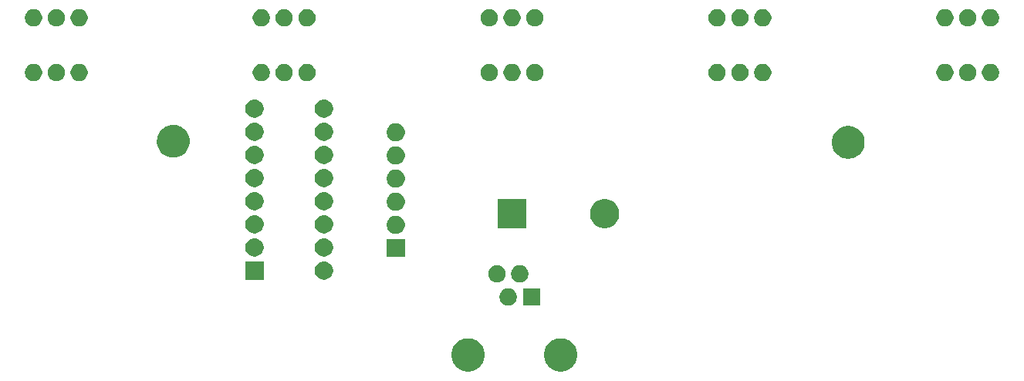
<source format=gbr>
G04 #@! TF.GenerationSoftware,KiCad,Pcbnew,5.1.5-52549c5~84~ubuntu19.10.1*
G04 #@! TF.CreationDate,2020-01-22T18:49:14-06:00*
G04 #@! TF.ProjectId,Timer,54696d65-722e-46b6-9963-61645f706362,rev?*
G04 #@! TF.SameCoordinates,PX93be440PYaa38e78*
G04 #@! TF.FileFunction,Soldermask,Bot*
G04 #@! TF.FilePolarity,Negative*
%FSLAX46Y46*%
G04 Gerber Fmt 4.6, Leading zero omitted, Abs format (unit mm)*
G04 Created by KiCad (PCBNEW 5.1.5-52549c5~84~ubuntu19.10.1) date 2020-01-22 18:49:14*
%MOMM*%
%LPD*%
G04 APERTURE LIST*
%ADD10C,0.100000*%
G04 APERTURE END LIST*
D10*
G36*
X-49233960Y6399933D02*
G01*
X-49057667Y6364866D01*
X-48920096Y6307882D01*
X-48725540Y6227295D01*
X-48426631Y6027570D01*
X-48172430Y5773369D01*
X-47972705Y5474460D01*
X-47835134Y5142332D01*
X-47765000Y4789748D01*
X-47765000Y4430252D01*
X-47835134Y4077668D01*
X-47972705Y3745540D01*
X-48172430Y3446631D01*
X-48426631Y3192430D01*
X-48725540Y2992705D01*
X-48920096Y2912118D01*
X-49057667Y2855134D01*
X-49233960Y2820067D01*
X-49410252Y2785000D01*
X-49769748Y2785000D01*
X-49946040Y2820067D01*
X-50122333Y2855134D01*
X-50259904Y2912118D01*
X-50454460Y2992705D01*
X-50753369Y3192430D01*
X-51007570Y3446631D01*
X-51207295Y3745540D01*
X-51344866Y4077668D01*
X-51415000Y4430252D01*
X-51415000Y4789748D01*
X-51344866Y5142332D01*
X-51207295Y5474460D01*
X-51007570Y5773369D01*
X-50753369Y6027570D01*
X-50454460Y6227295D01*
X-50259904Y6307882D01*
X-50122333Y6364866D01*
X-49946040Y6399933D01*
X-49769748Y6435000D01*
X-49410252Y6435000D01*
X-49233960Y6399933D01*
G37*
G36*
X-59393960Y6399933D02*
G01*
X-59217667Y6364866D01*
X-59080096Y6307882D01*
X-58885540Y6227295D01*
X-58586631Y6027570D01*
X-58332430Y5773369D01*
X-58132705Y5474460D01*
X-57995134Y5142332D01*
X-57925000Y4789748D01*
X-57925000Y4430252D01*
X-57995134Y4077668D01*
X-58132705Y3745540D01*
X-58332430Y3446631D01*
X-58586631Y3192430D01*
X-58885540Y2992705D01*
X-59080096Y2912118D01*
X-59217667Y2855134D01*
X-59393960Y2820067D01*
X-59570252Y2785000D01*
X-59929748Y2785000D01*
X-60106040Y2820067D01*
X-60282333Y2855134D01*
X-60419904Y2912118D01*
X-60614460Y2992705D01*
X-60913369Y3192430D01*
X-61167570Y3446631D01*
X-61367295Y3745540D01*
X-61504866Y4077668D01*
X-61575000Y4430252D01*
X-61575000Y4789748D01*
X-61504866Y5142332D01*
X-61367295Y5474460D01*
X-61167570Y5773369D01*
X-60913369Y6027570D01*
X-60614460Y6227295D01*
X-60419904Y6307882D01*
X-60282333Y6364866D01*
X-60106040Y6399933D01*
X-59929748Y6435000D01*
X-59570252Y6435000D01*
X-59393960Y6399933D01*
G37*
G36*
X-55152713Y11901554D02*
G01*
X-55059978Y11883108D01*
X-54885269Y11810741D01*
X-54728036Y11705681D01*
X-54594319Y11571964D01*
X-54489259Y11414731D01*
X-54416892Y11240022D01*
X-54380000Y11054552D01*
X-54380000Y10865448D01*
X-54416892Y10679978D01*
X-54489259Y10505269D01*
X-54594319Y10348036D01*
X-54728036Y10214319D01*
X-54885269Y10109259D01*
X-55059978Y10036892D01*
X-55152713Y10018446D01*
X-55245447Y10000000D01*
X-55434553Y10000000D01*
X-55527287Y10018446D01*
X-55620022Y10036892D01*
X-55794731Y10109259D01*
X-55951964Y10214319D01*
X-56085681Y10348036D01*
X-56190741Y10505269D01*
X-56263108Y10679978D01*
X-56300000Y10865448D01*
X-56300000Y11054552D01*
X-56263108Y11240022D01*
X-56190741Y11414731D01*
X-56085681Y11571964D01*
X-55951964Y11705681D01*
X-55794731Y11810741D01*
X-55620022Y11883108D01*
X-55527287Y11901554D01*
X-55434553Y11920000D01*
X-55245447Y11920000D01*
X-55152713Y11901554D01*
G37*
G36*
X-51810000Y10000000D02*
G01*
X-53730000Y10000000D01*
X-53730000Y11920000D01*
X-51810000Y11920000D01*
X-51810000Y10000000D01*
G37*
G36*
X-53882713Y14441554D02*
G01*
X-53789978Y14423108D01*
X-53615269Y14350741D01*
X-53458036Y14245681D01*
X-53324319Y14111964D01*
X-53219259Y13954731D01*
X-53146892Y13780022D01*
X-53110000Y13594552D01*
X-53110000Y13405448D01*
X-53146892Y13219978D01*
X-53219259Y13045269D01*
X-53324319Y12888036D01*
X-53458036Y12754319D01*
X-53615269Y12649259D01*
X-53789978Y12576892D01*
X-53882713Y12558446D01*
X-53975447Y12540000D01*
X-54164553Y12540000D01*
X-54257287Y12558446D01*
X-54350022Y12576892D01*
X-54524731Y12649259D01*
X-54681964Y12754319D01*
X-54815681Y12888036D01*
X-54920741Y13045269D01*
X-54993108Y13219978D01*
X-55030000Y13405448D01*
X-55030000Y13594552D01*
X-54993108Y13780022D01*
X-54920741Y13954731D01*
X-54815681Y14111964D01*
X-54681964Y14245681D01*
X-54524731Y14350741D01*
X-54350022Y14423108D01*
X-54257287Y14441554D01*
X-54164553Y14460000D01*
X-53975447Y14460000D01*
X-53882713Y14441554D01*
G37*
G36*
X-56392713Y14441554D02*
G01*
X-56299978Y14423108D01*
X-56125269Y14350741D01*
X-55968036Y14245681D01*
X-55834319Y14111964D01*
X-55729259Y13954731D01*
X-55656892Y13780022D01*
X-55620000Y13594552D01*
X-55620000Y13405448D01*
X-55656892Y13219978D01*
X-55729259Y13045269D01*
X-55834319Y12888036D01*
X-55968036Y12754319D01*
X-56125269Y12649259D01*
X-56299978Y12576892D01*
X-56392713Y12558446D01*
X-56485447Y12540000D01*
X-56674553Y12540000D01*
X-56767287Y12558446D01*
X-56860022Y12576892D01*
X-57034731Y12649259D01*
X-57191964Y12754319D01*
X-57325681Y12888036D01*
X-57430741Y13045269D01*
X-57503108Y13219978D01*
X-57540000Y13405448D01*
X-57540000Y13594552D01*
X-57503108Y13780022D01*
X-57430741Y13954731D01*
X-57325681Y14111964D01*
X-57191964Y14245681D01*
X-57034731Y14350741D01*
X-56860022Y14423108D01*
X-56767287Y14441554D01*
X-56674553Y14460000D01*
X-56485447Y14460000D01*
X-56392713Y14441554D01*
G37*
G36*
X-82170000Y12853000D02*
G01*
X-84170000Y12853000D01*
X-84170000Y14853000D01*
X-82170000Y14853000D01*
X-82170000Y12853000D01*
G37*
G36*
X-75322710Y14827381D02*
G01*
X-75258311Y14814571D01*
X-75076322Y14739189D01*
X-74912537Y14629751D01*
X-74773249Y14490463D01*
X-74663811Y14326678D01*
X-74588429Y14144689D01*
X-74550000Y13951491D01*
X-74550000Y13754509D01*
X-74588429Y13561311D01*
X-74663811Y13379322D01*
X-74773249Y13215537D01*
X-74912537Y13076249D01*
X-75076322Y12966811D01*
X-75258311Y12891429D01*
X-75322710Y12878619D01*
X-75451507Y12853000D01*
X-75648493Y12853000D01*
X-75777290Y12878619D01*
X-75841689Y12891429D01*
X-76023678Y12966811D01*
X-76187463Y13076249D01*
X-76326751Y13215537D01*
X-76436189Y13379322D01*
X-76511571Y13561311D01*
X-76550000Y13754509D01*
X-76550000Y13951491D01*
X-76511571Y14144689D01*
X-76436189Y14326678D01*
X-76326751Y14490463D01*
X-76187463Y14629751D01*
X-76023678Y14739189D01*
X-75841689Y14814571D01*
X-75777290Y14827381D01*
X-75648493Y14853000D01*
X-75451507Y14853000D01*
X-75322710Y14827381D01*
G37*
G36*
X-66670000Y15353000D02*
G01*
X-68670000Y15353000D01*
X-68670000Y17353000D01*
X-66670000Y17353000D01*
X-66670000Y15353000D01*
G37*
G36*
X-82942710Y17367381D02*
G01*
X-82878311Y17354571D01*
X-82696322Y17279189D01*
X-82532537Y17169751D01*
X-82393249Y17030463D01*
X-82283811Y16866678D01*
X-82208429Y16684689D01*
X-82170000Y16491491D01*
X-82170000Y16294509D01*
X-82208429Y16101311D01*
X-82283811Y15919322D01*
X-82393249Y15755537D01*
X-82532537Y15616249D01*
X-82696322Y15506811D01*
X-82878311Y15431429D01*
X-82942710Y15418619D01*
X-83071507Y15393000D01*
X-83268493Y15393000D01*
X-83397290Y15418619D01*
X-83461689Y15431429D01*
X-83643678Y15506811D01*
X-83807463Y15616249D01*
X-83946751Y15755537D01*
X-84056189Y15919322D01*
X-84131571Y16101311D01*
X-84170000Y16294509D01*
X-84170000Y16491491D01*
X-84131571Y16684689D01*
X-84056189Y16866678D01*
X-83946751Y17030463D01*
X-83807463Y17169751D01*
X-83643678Y17279189D01*
X-83461689Y17354571D01*
X-83397290Y17367381D01*
X-83268493Y17393000D01*
X-83071507Y17393000D01*
X-82942710Y17367381D01*
G37*
G36*
X-75322710Y17367381D02*
G01*
X-75258311Y17354571D01*
X-75076322Y17279189D01*
X-74912537Y17169751D01*
X-74773249Y17030463D01*
X-74663811Y16866678D01*
X-74588429Y16684689D01*
X-74550000Y16491491D01*
X-74550000Y16294509D01*
X-74588429Y16101311D01*
X-74663811Y15919322D01*
X-74773249Y15755537D01*
X-74912537Y15616249D01*
X-75076322Y15506811D01*
X-75258311Y15431429D01*
X-75322710Y15418619D01*
X-75451507Y15393000D01*
X-75648493Y15393000D01*
X-75777290Y15418619D01*
X-75841689Y15431429D01*
X-76023678Y15506811D01*
X-76187463Y15616249D01*
X-76326751Y15755537D01*
X-76436189Y15919322D01*
X-76511571Y16101311D01*
X-76550000Y16294509D01*
X-76550000Y16491491D01*
X-76511571Y16684689D01*
X-76436189Y16866678D01*
X-76326751Y17030463D01*
X-76187463Y17169751D01*
X-76023678Y17279189D01*
X-75841689Y17354571D01*
X-75777290Y17367381D01*
X-75648493Y17393000D01*
X-75451507Y17393000D01*
X-75322710Y17367381D01*
G37*
G36*
X-67442710Y19867381D02*
G01*
X-67378311Y19854571D01*
X-67196322Y19779189D01*
X-67032537Y19669751D01*
X-66893249Y19530463D01*
X-66783811Y19366678D01*
X-66708429Y19184689D01*
X-66670000Y18991491D01*
X-66670000Y18794509D01*
X-66708429Y18601311D01*
X-66783811Y18419322D01*
X-66893249Y18255537D01*
X-67032537Y18116249D01*
X-67196322Y18006811D01*
X-67378311Y17931429D01*
X-67442710Y17918619D01*
X-67571507Y17893000D01*
X-67768493Y17893000D01*
X-67897290Y17918619D01*
X-67961689Y17931429D01*
X-68143678Y18006811D01*
X-68307463Y18116249D01*
X-68446751Y18255537D01*
X-68556189Y18419322D01*
X-68631571Y18601311D01*
X-68670000Y18794509D01*
X-68670000Y18991491D01*
X-68631571Y19184689D01*
X-68556189Y19366678D01*
X-68446751Y19530463D01*
X-68307463Y19669751D01*
X-68143678Y19779189D01*
X-67961689Y19854571D01*
X-67897290Y19867381D01*
X-67768493Y19893000D01*
X-67571507Y19893000D01*
X-67442710Y19867381D01*
G37*
G36*
X-82942710Y19907381D02*
G01*
X-82878311Y19894571D01*
X-82696322Y19819189D01*
X-82532537Y19709751D01*
X-82393249Y19570463D01*
X-82283811Y19406678D01*
X-82208429Y19224689D01*
X-82208429Y19224688D01*
X-82180257Y19083060D01*
X-82170000Y19031491D01*
X-82170000Y18834509D01*
X-82208429Y18641311D01*
X-82283811Y18459322D01*
X-82393249Y18295537D01*
X-82532537Y18156249D01*
X-82696322Y18046811D01*
X-82878311Y17971429D01*
X-82942710Y17958619D01*
X-83071507Y17933000D01*
X-83268493Y17933000D01*
X-83397290Y17958619D01*
X-83461689Y17971429D01*
X-83643678Y18046811D01*
X-83807463Y18156249D01*
X-83946751Y18295537D01*
X-84056189Y18459322D01*
X-84131571Y18641311D01*
X-84170000Y18834509D01*
X-84170000Y19031491D01*
X-84159742Y19083060D01*
X-84131571Y19224688D01*
X-84131571Y19224689D01*
X-84056189Y19406678D01*
X-83946751Y19570463D01*
X-83807463Y19709751D01*
X-83643678Y19819189D01*
X-83461689Y19894571D01*
X-83397290Y19907381D01*
X-83268493Y19933000D01*
X-83071507Y19933000D01*
X-82942710Y19907381D01*
G37*
G36*
X-75322710Y19907381D02*
G01*
X-75258311Y19894571D01*
X-75076322Y19819189D01*
X-74912537Y19709751D01*
X-74773249Y19570463D01*
X-74663811Y19406678D01*
X-74588429Y19224689D01*
X-74588429Y19224688D01*
X-74560257Y19083060D01*
X-74550000Y19031491D01*
X-74550000Y18834509D01*
X-74588429Y18641311D01*
X-74663811Y18459322D01*
X-74773249Y18295537D01*
X-74912537Y18156249D01*
X-75076322Y18046811D01*
X-75258311Y17971429D01*
X-75322710Y17958619D01*
X-75451507Y17933000D01*
X-75648493Y17933000D01*
X-75777290Y17958619D01*
X-75841689Y17971429D01*
X-76023678Y18046811D01*
X-76187463Y18156249D01*
X-76326751Y18295537D01*
X-76436189Y18459322D01*
X-76511571Y18641311D01*
X-76550000Y18834509D01*
X-76550000Y19031491D01*
X-76539742Y19083060D01*
X-76511571Y19224688D01*
X-76511571Y19224689D01*
X-76436189Y19406678D01*
X-76326751Y19570463D01*
X-76187463Y19709751D01*
X-76023678Y19819189D01*
X-75841689Y19894571D01*
X-75777290Y19907381D01*
X-75648493Y19933000D01*
X-75451507Y19933000D01*
X-75322710Y19907381D01*
G37*
G36*
X-44293297Y21641514D02*
G01*
X-44002117Y21520903D01*
X-43740060Y21345802D01*
X-43517198Y21122940D01*
X-43342097Y20860883D01*
X-43221486Y20569703D01*
X-43160000Y20260588D01*
X-43160000Y19945412D01*
X-43221486Y19636297D01*
X-43342097Y19345117D01*
X-43517198Y19083060D01*
X-43740060Y18860198D01*
X-44002117Y18685097D01*
X-44293297Y18564486D01*
X-44602412Y18503000D01*
X-44917588Y18503000D01*
X-45226703Y18564486D01*
X-45517883Y18685097D01*
X-45779940Y18860198D01*
X-46002802Y19083060D01*
X-46177903Y19345117D01*
X-46298514Y19636297D01*
X-46360000Y19945412D01*
X-46360000Y20260588D01*
X-46298514Y20569703D01*
X-46177903Y20860883D01*
X-46002802Y21122940D01*
X-45779940Y21345802D01*
X-45517883Y21520903D01*
X-45226703Y21641514D01*
X-44917588Y21703000D01*
X-44602412Y21703000D01*
X-44293297Y21641514D01*
G37*
G36*
X-53320000Y18503000D02*
G01*
X-56520000Y18503000D01*
X-56520000Y21703000D01*
X-53320000Y21703000D01*
X-53320000Y18503000D01*
G37*
G36*
X-67442710Y22407381D02*
G01*
X-67378311Y22394571D01*
X-67196322Y22319189D01*
X-67032537Y22209751D01*
X-66893249Y22070463D01*
X-66783811Y21906678D01*
X-66708429Y21724689D01*
X-66670000Y21531491D01*
X-66670000Y21334509D01*
X-66708429Y21141311D01*
X-66783811Y20959322D01*
X-66893249Y20795537D01*
X-67032537Y20656249D01*
X-67196322Y20546811D01*
X-67378311Y20471429D01*
X-67442710Y20458619D01*
X-67571507Y20433000D01*
X-67768493Y20433000D01*
X-67897290Y20458619D01*
X-67961689Y20471429D01*
X-68143678Y20546811D01*
X-68307463Y20656249D01*
X-68446751Y20795537D01*
X-68556189Y20959322D01*
X-68631571Y21141311D01*
X-68670000Y21334509D01*
X-68670000Y21531491D01*
X-68631571Y21724689D01*
X-68556189Y21906678D01*
X-68446751Y22070463D01*
X-68307463Y22209751D01*
X-68143678Y22319189D01*
X-67961689Y22394571D01*
X-67897290Y22407381D01*
X-67768493Y22433000D01*
X-67571507Y22433000D01*
X-67442710Y22407381D01*
G37*
G36*
X-75322710Y22447381D02*
G01*
X-75258311Y22434571D01*
X-75076322Y22359189D01*
X-74912537Y22249751D01*
X-74773249Y22110463D01*
X-74663811Y21946678D01*
X-74588429Y21764689D01*
X-74550000Y21571491D01*
X-74550000Y21374509D01*
X-74588429Y21181311D01*
X-74663811Y20999322D01*
X-74773249Y20835537D01*
X-74912537Y20696249D01*
X-75076322Y20586811D01*
X-75258311Y20511429D01*
X-75322710Y20498619D01*
X-75451507Y20473000D01*
X-75648493Y20473000D01*
X-75777290Y20498619D01*
X-75841689Y20511429D01*
X-76023678Y20586811D01*
X-76187463Y20696249D01*
X-76326751Y20835537D01*
X-76436189Y20999322D01*
X-76511571Y21181311D01*
X-76550000Y21374509D01*
X-76550000Y21571491D01*
X-76511571Y21764689D01*
X-76436189Y21946678D01*
X-76326751Y22110463D01*
X-76187463Y22249751D01*
X-76023678Y22359189D01*
X-75841689Y22434571D01*
X-75777290Y22447381D01*
X-75648493Y22473000D01*
X-75451507Y22473000D01*
X-75322710Y22447381D01*
G37*
G36*
X-82942710Y22447381D02*
G01*
X-82878311Y22434571D01*
X-82696322Y22359189D01*
X-82532537Y22249751D01*
X-82393249Y22110463D01*
X-82283811Y21946678D01*
X-82208429Y21764689D01*
X-82170000Y21571491D01*
X-82170000Y21374509D01*
X-82208429Y21181311D01*
X-82283811Y20999322D01*
X-82393249Y20835537D01*
X-82532537Y20696249D01*
X-82696322Y20586811D01*
X-82878311Y20511429D01*
X-82942710Y20498619D01*
X-83071507Y20473000D01*
X-83268493Y20473000D01*
X-83397290Y20498619D01*
X-83461689Y20511429D01*
X-83643678Y20586811D01*
X-83807463Y20696249D01*
X-83946751Y20835537D01*
X-84056189Y20999322D01*
X-84131571Y21181311D01*
X-84170000Y21374509D01*
X-84170000Y21571491D01*
X-84131571Y21764689D01*
X-84056189Y21946678D01*
X-83946751Y22110463D01*
X-83807463Y22249751D01*
X-83643678Y22359189D01*
X-83461689Y22434571D01*
X-83397290Y22447381D01*
X-83268493Y22473000D01*
X-83071507Y22473000D01*
X-82942710Y22447381D01*
G37*
G36*
X-67442710Y24947381D02*
G01*
X-67378311Y24934571D01*
X-67196322Y24859189D01*
X-67032537Y24749751D01*
X-66893249Y24610463D01*
X-66783811Y24446678D01*
X-66708429Y24264689D01*
X-66670000Y24071491D01*
X-66670000Y23874509D01*
X-66708429Y23681311D01*
X-66783811Y23499322D01*
X-66893249Y23335537D01*
X-67032537Y23196249D01*
X-67196322Y23086811D01*
X-67378311Y23011429D01*
X-67442710Y22998619D01*
X-67571507Y22973000D01*
X-67768493Y22973000D01*
X-67897290Y22998619D01*
X-67961689Y23011429D01*
X-68143678Y23086811D01*
X-68307463Y23196249D01*
X-68446751Y23335537D01*
X-68556189Y23499322D01*
X-68631571Y23681311D01*
X-68670000Y23874509D01*
X-68670000Y24071491D01*
X-68631571Y24264689D01*
X-68556189Y24446678D01*
X-68446751Y24610463D01*
X-68307463Y24749751D01*
X-68143678Y24859189D01*
X-67961689Y24934571D01*
X-67897290Y24947381D01*
X-67768493Y24973000D01*
X-67571507Y24973000D01*
X-67442710Y24947381D01*
G37*
G36*
X-75322710Y24987381D02*
G01*
X-75258311Y24974571D01*
X-75076322Y24899189D01*
X-74912537Y24789751D01*
X-74773249Y24650463D01*
X-74663811Y24486678D01*
X-74588429Y24304689D01*
X-74550000Y24111491D01*
X-74550000Y23914509D01*
X-74588429Y23721311D01*
X-74663811Y23539322D01*
X-74773249Y23375537D01*
X-74912537Y23236249D01*
X-75076322Y23126811D01*
X-75258311Y23051429D01*
X-75322710Y23038619D01*
X-75451507Y23013000D01*
X-75648493Y23013000D01*
X-75777290Y23038619D01*
X-75841689Y23051429D01*
X-76023678Y23126811D01*
X-76187463Y23236249D01*
X-76326751Y23375537D01*
X-76436189Y23539322D01*
X-76511571Y23721311D01*
X-76550000Y23914509D01*
X-76550000Y24111491D01*
X-76511571Y24304689D01*
X-76436189Y24486678D01*
X-76326751Y24650463D01*
X-76187463Y24789751D01*
X-76023678Y24899189D01*
X-75841689Y24974571D01*
X-75777290Y24987381D01*
X-75648493Y25013000D01*
X-75451507Y25013000D01*
X-75322710Y24987381D01*
G37*
G36*
X-82942710Y24987381D02*
G01*
X-82878311Y24974571D01*
X-82696322Y24899189D01*
X-82532537Y24789751D01*
X-82393249Y24650463D01*
X-82283811Y24486678D01*
X-82208429Y24304689D01*
X-82170000Y24111491D01*
X-82170000Y23914509D01*
X-82208429Y23721311D01*
X-82283811Y23539322D01*
X-82393249Y23375537D01*
X-82532537Y23236249D01*
X-82696322Y23126811D01*
X-82878311Y23051429D01*
X-82942710Y23038619D01*
X-83071507Y23013000D01*
X-83268493Y23013000D01*
X-83397290Y23038619D01*
X-83461689Y23051429D01*
X-83643678Y23126811D01*
X-83807463Y23236249D01*
X-83946751Y23375537D01*
X-84056189Y23539322D01*
X-84131571Y23721311D01*
X-84170000Y23914509D01*
X-84170000Y24111491D01*
X-84131571Y24304689D01*
X-84056189Y24486678D01*
X-83946751Y24650463D01*
X-83807463Y24789751D01*
X-83643678Y24899189D01*
X-83461689Y24974571D01*
X-83397290Y24987381D01*
X-83268493Y25013000D01*
X-83071507Y25013000D01*
X-82942710Y24987381D01*
G37*
G36*
X-67442710Y27487381D02*
G01*
X-67378311Y27474571D01*
X-67196322Y27399189D01*
X-67032537Y27289751D01*
X-66893249Y27150463D01*
X-66783811Y26986678D01*
X-66708429Y26804689D01*
X-66708429Y26804688D01*
X-66670000Y26611493D01*
X-66670000Y26414507D01*
X-66683854Y26344860D01*
X-66708429Y26221311D01*
X-66783811Y26039322D01*
X-66893249Y25875537D01*
X-67032537Y25736249D01*
X-67196322Y25626811D01*
X-67378311Y25551429D01*
X-67442710Y25538619D01*
X-67571507Y25513000D01*
X-67768493Y25513000D01*
X-67897290Y25538619D01*
X-67961689Y25551429D01*
X-68143678Y25626811D01*
X-68307463Y25736249D01*
X-68446751Y25875537D01*
X-68556189Y26039322D01*
X-68631571Y26221311D01*
X-68656146Y26344860D01*
X-68670000Y26414507D01*
X-68670000Y26611493D01*
X-68631571Y26804688D01*
X-68631571Y26804689D01*
X-68556189Y26986678D01*
X-68446751Y27150463D01*
X-68307463Y27289751D01*
X-68143678Y27399189D01*
X-67961689Y27474571D01*
X-67897290Y27487381D01*
X-67768493Y27513000D01*
X-67571507Y27513000D01*
X-67442710Y27487381D01*
G37*
G36*
X-82942710Y27527381D02*
G01*
X-82878311Y27514571D01*
X-82696322Y27439189D01*
X-82532537Y27329751D01*
X-82393249Y27190463D01*
X-82283811Y27026678D01*
X-82208429Y26844689D01*
X-82208429Y26844688D01*
X-82173452Y26668849D01*
X-82170000Y26651491D01*
X-82170000Y26454509D01*
X-82208429Y26261311D01*
X-82283811Y26079322D01*
X-82393249Y25915537D01*
X-82532537Y25776249D01*
X-82696322Y25666811D01*
X-82878311Y25591429D01*
X-82942710Y25578619D01*
X-83071507Y25553000D01*
X-83268493Y25553000D01*
X-83397290Y25578619D01*
X-83461689Y25591429D01*
X-83643678Y25666811D01*
X-83807463Y25776249D01*
X-83946751Y25915537D01*
X-84056189Y26079322D01*
X-84131571Y26261311D01*
X-84170000Y26454509D01*
X-84170000Y26651491D01*
X-84166547Y26668849D01*
X-84131571Y26844688D01*
X-84131571Y26844689D01*
X-84056189Y27026678D01*
X-83946751Y27190463D01*
X-83807463Y27329751D01*
X-83643678Y27439189D01*
X-83461689Y27514571D01*
X-83397290Y27527381D01*
X-83268493Y27553000D01*
X-83071507Y27553000D01*
X-82942710Y27527381D01*
G37*
G36*
X-75322710Y27527381D02*
G01*
X-75258311Y27514571D01*
X-75076322Y27439189D01*
X-74912537Y27329751D01*
X-74773249Y27190463D01*
X-74663811Y27026678D01*
X-74588429Y26844689D01*
X-74588429Y26844688D01*
X-74553452Y26668849D01*
X-74550000Y26651491D01*
X-74550000Y26454509D01*
X-74588429Y26261311D01*
X-74663811Y26079322D01*
X-74773249Y25915537D01*
X-74912537Y25776249D01*
X-75076322Y25666811D01*
X-75258311Y25591429D01*
X-75322710Y25578619D01*
X-75451507Y25553000D01*
X-75648493Y25553000D01*
X-75777290Y25578619D01*
X-75841689Y25591429D01*
X-76023678Y25666811D01*
X-76187463Y25776249D01*
X-76326751Y25915537D01*
X-76436189Y26079322D01*
X-76511571Y26261311D01*
X-76550000Y26454509D01*
X-76550000Y26651491D01*
X-76546547Y26668849D01*
X-76511571Y26844688D01*
X-76511571Y26844689D01*
X-76436189Y27026678D01*
X-76326751Y27190463D01*
X-76187463Y27329751D01*
X-76023678Y27439189D01*
X-75841689Y27514571D01*
X-75777290Y27527381D01*
X-75648493Y27553000D01*
X-75451507Y27553000D01*
X-75322710Y27527381D01*
G37*
G36*
X-17682837Y29705413D02*
G01*
X-17508959Y29670827D01*
X-17181380Y29535139D01*
X-16886567Y29338151D01*
X-16635849Y29087433D01*
X-16438861Y28792620D01*
X-16303173Y28465041D01*
X-16293326Y28415537D01*
X-16236813Y28131429D01*
X-16234000Y28117284D01*
X-16234000Y27762716D01*
X-16303173Y27414959D01*
X-16438861Y27087380D01*
X-16635849Y26792567D01*
X-16886567Y26541849D01*
X-17181380Y26344861D01*
X-17181381Y26344860D01*
X-17181382Y26344860D01*
X-17237585Y26321580D01*
X-17508959Y26209173D01*
X-17682837Y26174587D01*
X-17856714Y26140000D01*
X-18211286Y26140000D01*
X-18385163Y26174587D01*
X-18559041Y26209173D01*
X-18830415Y26321580D01*
X-18886618Y26344860D01*
X-18886619Y26344860D01*
X-18886620Y26344861D01*
X-19181433Y26541849D01*
X-19432151Y26792567D01*
X-19629139Y27087380D01*
X-19764827Y27414959D01*
X-19834000Y27762716D01*
X-19834000Y28117284D01*
X-19831186Y28131429D01*
X-19774674Y28415537D01*
X-19764827Y28465041D01*
X-19629139Y28792620D01*
X-19432151Y29087433D01*
X-19181433Y29338151D01*
X-18886620Y29535139D01*
X-18559041Y29670827D01*
X-18385163Y29705413D01*
X-18211286Y29740000D01*
X-17856714Y29740000D01*
X-17682837Y29705413D01*
G37*
G36*
X-91723837Y29832413D02*
G01*
X-91549959Y29797827D01*
X-91290760Y29690463D01*
X-91243354Y29670827D01*
X-91222380Y29662139D01*
X-90927567Y29465151D01*
X-90676849Y29214433D01*
X-90479861Y28919620D01*
X-90344173Y28592041D01*
X-90341643Y28579322D01*
X-90289314Y28316249D01*
X-90275000Y28244284D01*
X-90275000Y27889716D01*
X-90344173Y27541959D01*
X-90479861Y27214380D01*
X-90676849Y26919567D01*
X-90927567Y26668849D01*
X-91222380Y26471861D01*
X-91549959Y26336173D01*
X-91723837Y26301587D01*
X-91897714Y26267000D01*
X-92252286Y26267000D01*
X-92426163Y26301587D01*
X-92600041Y26336173D01*
X-92927620Y26471861D01*
X-93222433Y26668849D01*
X-93473151Y26919567D01*
X-93670139Y27214380D01*
X-93805827Y27541959D01*
X-93875000Y27889716D01*
X-93875000Y28244284D01*
X-93860685Y28316249D01*
X-93808357Y28579322D01*
X-93805827Y28592041D01*
X-93670139Y28919620D01*
X-93473151Y29214433D01*
X-93222433Y29465151D01*
X-92927620Y29662139D01*
X-92906645Y29670827D01*
X-92859240Y29690463D01*
X-92600041Y29797827D01*
X-92426163Y29832413D01*
X-92252286Y29867000D01*
X-91897714Y29867000D01*
X-91723837Y29832413D01*
G37*
G36*
X-67442710Y30027381D02*
G01*
X-67378311Y30014571D01*
X-67196322Y29939189D01*
X-67032537Y29829751D01*
X-66893249Y29690463D01*
X-66783811Y29526678D01*
X-66708429Y29344689D01*
X-66708429Y29344688D01*
X-66670000Y29151493D01*
X-66670000Y28954507D01*
X-66676940Y28919618D01*
X-66708429Y28761311D01*
X-66783811Y28579322D01*
X-66893249Y28415537D01*
X-67032537Y28276249D01*
X-67196322Y28166811D01*
X-67378311Y28091429D01*
X-67442710Y28078619D01*
X-67571507Y28053000D01*
X-67768493Y28053000D01*
X-67897290Y28078619D01*
X-67961689Y28091429D01*
X-68143678Y28166811D01*
X-68307463Y28276249D01*
X-68446751Y28415537D01*
X-68556189Y28579322D01*
X-68631571Y28761311D01*
X-68663060Y28919618D01*
X-68670000Y28954507D01*
X-68670000Y29151493D01*
X-68631571Y29344688D01*
X-68631571Y29344689D01*
X-68556189Y29526678D01*
X-68446751Y29690463D01*
X-68307463Y29829751D01*
X-68143678Y29939189D01*
X-67961689Y30014571D01*
X-67897290Y30027381D01*
X-67768493Y30053000D01*
X-67571507Y30053000D01*
X-67442710Y30027381D01*
G37*
G36*
X-75322710Y30067381D02*
G01*
X-75258311Y30054571D01*
X-75076322Y29979189D01*
X-74912537Y29869751D01*
X-74773249Y29730463D01*
X-74663811Y29566678D01*
X-74588429Y29384689D01*
X-74588429Y29384688D01*
X-74550000Y29191493D01*
X-74550000Y28994507D01*
X-74575619Y28865710D01*
X-74588429Y28801311D01*
X-74663811Y28619322D01*
X-74773249Y28455537D01*
X-74912537Y28316249D01*
X-75076322Y28206811D01*
X-75258311Y28131429D01*
X-75322710Y28118619D01*
X-75451507Y28093000D01*
X-75648493Y28093000D01*
X-75777290Y28118619D01*
X-75841689Y28131429D01*
X-76023678Y28206811D01*
X-76187463Y28316249D01*
X-76326751Y28455537D01*
X-76436189Y28619322D01*
X-76511571Y28801311D01*
X-76524381Y28865710D01*
X-76550000Y28994507D01*
X-76550000Y29191493D01*
X-76511571Y29384688D01*
X-76511571Y29384689D01*
X-76436189Y29566678D01*
X-76326751Y29730463D01*
X-76187463Y29869751D01*
X-76023678Y29979189D01*
X-75841689Y30054571D01*
X-75777290Y30067381D01*
X-75648493Y30093000D01*
X-75451507Y30093000D01*
X-75322710Y30067381D01*
G37*
G36*
X-82942710Y30067381D02*
G01*
X-82878311Y30054571D01*
X-82696322Y29979189D01*
X-82532537Y29869751D01*
X-82393249Y29730463D01*
X-82283811Y29566678D01*
X-82208429Y29384689D01*
X-82208429Y29384688D01*
X-82170000Y29191493D01*
X-82170000Y28994507D01*
X-82195619Y28865710D01*
X-82208429Y28801311D01*
X-82283811Y28619322D01*
X-82393249Y28455537D01*
X-82532537Y28316249D01*
X-82696322Y28206811D01*
X-82878311Y28131429D01*
X-82942710Y28118619D01*
X-83071507Y28093000D01*
X-83268493Y28093000D01*
X-83397290Y28118619D01*
X-83461689Y28131429D01*
X-83643678Y28206811D01*
X-83807463Y28316249D01*
X-83946751Y28455537D01*
X-84056189Y28619322D01*
X-84131571Y28801311D01*
X-84144381Y28865710D01*
X-84170000Y28994507D01*
X-84170000Y29191493D01*
X-84131571Y29384688D01*
X-84131571Y29384689D01*
X-84056189Y29566678D01*
X-83946751Y29730463D01*
X-83807463Y29869751D01*
X-83643678Y29979189D01*
X-83461689Y30054571D01*
X-83397290Y30067381D01*
X-83268493Y30093000D01*
X-83071507Y30093000D01*
X-82942710Y30067381D01*
G37*
G36*
X-82942710Y32607381D02*
G01*
X-82878311Y32594571D01*
X-82696322Y32519189D01*
X-82532537Y32409751D01*
X-82393249Y32270463D01*
X-82283811Y32106678D01*
X-82208429Y31924689D01*
X-82170000Y31731491D01*
X-82170000Y31534509D01*
X-82208429Y31341311D01*
X-82283811Y31159322D01*
X-82393249Y30995537D01*
X-82532537Y30856249D01*
X-82696322Y30746811D01*
X-82878311Y30671429D01*
X-82942710Y30658619D01*
X-83071507Y30633000D01*
X-83268493Y30633000D01*
X-83397290Y30658619D01*
X-83461689Y30671429D01*
X-83643678Y30746811D01*
X-83807463Y30856249D01*
X-83946751Y30995537D01*
X-84056189Y31159322D01*
X-84131571Y31341311D01*
X-84170000Y31534509D01*
X-84170000Y31731491D01*
X-84131571Y31924689D01*
X-84056189Y32106678D01*
X-83946751Y32270463D01*
X-83807463Y32409751D01*
X-83643678Y32519189D01*
X-83461689Y32594571D01*
X-83397290Y32607381D01*
X-83268493Y32633000D01*
X-83071507Y32633000D01*
X-82942710Y32607381D01*
G37*
G36*
X-75322710Y32607381D02*
G01*
X-75258311Y32594571D01*
X-75076322Y32519189D01*
X-74912537Y32409751D01*
X-74773249Y32270463D01*
X-74663811Y32106678D01*
X-74588429Y31924689D01*
X-74550000Y31731491D01*
X-74550000Y31534509D01*
X-74588429Y31341311D01*
X-74663811Y31159322D01*
X-74773249Y30995537D01*
X-74912537Y30856249D01*
X-75076322Y30746811D01*
X-75258311Y30671429D01*
X-75322710Y30658619D01*
X-75451507Y30633000D01*
X-75648493Y30633000D01*
X-75777290Y30658619D01*
X-75841689Y30671429D01*
X-76023678Y30746811D01*
X-76187463Y30856249D01*
X-76326751Y30995537D01*
X-76436189Y31159322D01*
X-76511571Y31341311D01*
X-76550000Y31534509D01*
X-76550000Y31731491D01*
X-76511571Y31924689D01*
X-76436189Y32106678D01*
X-76326751Y32270463D01*
X-76187463Y32409751D01*
X-76023678Y32519189D01*
X-75841689Y32594571D01*
X-75777290Y32607381D01*
X-75648493Y32633000D01*
X-75451507Y32633000D01*
X-75322710Y32607381D01*
G37*
G36*
X-57234664Y36534746D02*
G01*
X-57142895Y36516492D01*
X-56970006Y36444879D01*
X-56814410Y36340913D01*
X-56682087Y36208590D01*
X-56578121Y36052994D01*
X-56506508Y35880105D01*
X-56470000Y35696567D01*
X-56470000Y35509433D01*
X-56506508Y35325895D01*
X-56578121Y35153006D01*
X-56682087Y34997410D01*
X-56814410Y34865087D01*
X-56970006Y34761121D01*
X-57142895Y34689508D01*
X-57234664Y34671254D01*
X-57326432Y34653000D01*
X-57513568Y34653000D01*
X-57605336Y34671254D01*
X-57697105Y34689508D01*
X-57869994Y34761121D01*
X-58025590Y34865087D01*
X-58157913Y34997410D01*
X-58261879Y35153006D01*
X-58333492Y35325895D01*
X-58370000Y35509433D01*
X-58370000Y35696567D01*
X-58333492Y35880105D01*
X-58261879Y36052994D01*
X-58157913Y36208590D01*
X-58025590Y36340913D01*
X-57869994Y36444879D01*
X-57697105Y36516492D01*
X-57605336Y36534746D01*
X-57513568Y36553000D01*
X-57326432Y36553000D01*
X-57234664Y36534746D01*
G37*
G36*
X-77234664Y36534746D02*
G01*
X-77142895Y36516492D01*
X-76970006Y36444879D01*
X-76814410Y36340913D01*
X-76682087Y36208590D01*
X-76578121Y36052994D01*
X-76506508Y35880105D01*
X-76470000Y35696567D01*
X-76470000Y35509433D01*
X-76506508Y35325895D01*
X-76578121Y35153006D01*
X-76682087Y34997410D01*
X-76814410Y34865087D01*
X-76970006Y34761121D01*
X-77142895Y34689508D01*
X-77234664Y34671254D01*
X-77326432Y34653000D01*
X-77513568Y34653000D01*
X-77605336Y34671254D01*
X-77697105Y34689508D01*
X-77869994Y34761121D01*
X-78025590Y34865087D01*
X-78157913Y34997410D01*
X-78261879Y35153006D01*
X-78333492Y35325895D01*
X-78370000Y35509433D01*
X-78370000Y35696567D01*
X-78333492Y35880105D01*
X-78261879Y36052994D01*
X-78157913Y36208590D01*
X-78025590Y36340913D01*
X-77869994Y36444879D01*
X-77697105Y36516492D01*
X-77605336Y36534746D01*
X-77513568Y36553000D01*
X-77326432Y36553000D01*
X-77234664Y36534746D01*
G37*
G36*
X-79734664Y36534746D02*
G01*
X-79642895Y36516492D01*
X-79470006Y36444879D01*
X-79314410Y36340913D01*
X-79182087Y36208590D01*
X-79078121Y36052994D01*
X-79006508Y35880105D01*
X-78970000Y35696567D01*
X-78970000Y35509433D01*
X-79006508Y35325895D01*
X-79078121Y35153006D01*
X-79182087Y34997410D01*
X-79314410Y34865087D01*
X-79470006Y34761121D01*
X-79642895Y34689508D01*
X-79734664Y34671254D01*
X-79826432Y34653000D01*
X-80013568Y34653000D01*
X-80105336Y34671254D01*
X-80197105Y34689508D01*
X-80369994Y34761121D01*
X-80525590Y34865087D01*
X-80657913Y34997410D01*
X-80761879Y35153006D01*
X-80833492Y35325895D01*
X-80870000Y35509433D01*
X-80870000Y35696567D01*
X-80833492Y35880105D01*
X-80761879Y36052994D01*
X-80657913Y36208590D01*
X-80525590Y36340913D01*
X-80369994Y36444879D01*
X-80197105Y36516492D01*
X-80105336Y36534746D01*
X-80013568Y36553000D01*
X-79826432Y36553000D01*
X-79734664Y36534746D01*
G37*
G36*
X-82234664Y36534746D02*
G01*
X-82142895Y36516492D01*
X-81970006Y36444879D01*
X-81814410Y36340913D01*
X-81682087Y36208590D01*
X-81578121Y36052994D01*
X-81506508Y35880105D01*
X-81470000Y35696567D01*
X-81470000Y35509433D01*
X-81506508Y35325895D01*
X-81578121Y35153006D01*
X-81682087Y34997410D01*
X-81814410Y34865087D01*
X-81970006Y34761121D01*
X-82142895Y34689508D01*
X-82234664Y34671254D01*
X-82326432Y34653000D01*
X-82513568Y34653000D01*
X-82605336Y34671254D01*
X-82697105Y34689508D01*
X-82869994Y34761121D01*
X-83025590Y34865087D01*
X-83157913Y34997410D01*
X-83261879Y35153006D01*
X-83333492Y35325895D01*
X-83370000Y35509433D01*
X-83370000Y35696567D01*
X-83333492Y35880105D01*
X-83261879Y36052994D01*
X-83157913Y36208590D01*
X-83025590Y36340913D01*
X-82869994Y36444879D01*
X-82697105Y36516492D01*
X-82605336Y36534746D01*
X-82513568Y36553000D01*
X-82326432Y36553000D01*
X-82234664Y36534746D01*
G37*
G36*
X-102234664Y36534746D02*
G01*
X-102142895Y36516492D01*
X-101970006Y36444879D01*
X-101814410Y36340913D01*
X-101682087Y36208590D01*
X-101578121Y36052994D01*
X-101506508Y35880105D01*
X-101470000Y35696567D01*
X-101470000Y35509433D01*
X-101506508Y35325895D01*
X-101578121Y35153006D01*
X-101682087Y34997410D01*
X-101814410Y34865087D01*
X-101970006Y34761121D01*
X-102142895Y34689508D01*
X-102234664Y34671254D01*
X-102326432Y34653000D01*
X-102513568Y34653000D01*
X-102605336Y34671254D01*
X-102697105Y34689508D01*
X-102869994Y34761121D01*
X-103025590Y34865087D01*
X-103157913Y34997410D01*
X-103261879Y35153006D01*
X-103333492Y35325895D01*
X-103370000Y35509433D01*
X-103370000Y35696567D01*
X-103333492Y35880105D01*
X-103261879Y36052994D01*
X-103157913Y36208590D01*
X-103025590Y36340913D01*
X-102869994Y36444879D01*
X-102697105Y36516492D01*
X-102605336Y36534746D01*
X-102513568Y36553000D01*
X-102326432Y36553000D01*
X-102234664Y36534746D01*
G37*
G36*
X-104734664Y36534746D02*
G01*
X-104642895Y36516492D01*
X-104470006Y36444879D01*
X-104314410Y36340913D01*
X-104182087Y36208590D01*
X-104078121Y36052994D01*
X-104006508Y35880105D01*
X-103970000Y35696567D01*
X-103970000Y35509433D01*
X-104006508Y35325895D01*
X-104078121Y35153006D01*
X-104182087Y34997410D01*
X-104314410Y34865087D01*
X-104470006Y34761121D01*
X-104642895Y34689508D01*
X-104734664Y34671254D01*
X-104826432Y34653000D01*
X-105013568Y34653000D01*
X-105105336Y34671254D01*
X-105197105Y34689508D01*
X-105369994Y34761121D01*
X-105525590Y34865087D01*
X-105657913Y34997410D01*
X-105761879Y35153006D01*
X-105833492Y35325895D01*
X-105870000Y35509433D01*
X-105870000Y35696567D01*
X-105833492Y35880105D01*
X-105761879Y36052994D01*
X-105657913Y36208590D01*
X-105525590Y36340913D01*
X-105369994Y36444879D01*
X-105197105Y36516492D01*
X-105105336Y36534746D01*
X-105013568Y36553000D01*
X-104826432Y36553000D01*
X-104734664Y36534746D01*
G37*
G36*
X-107234664Y36534746D02*
G01*
X-107142895Y36516492D01*
X-106970006Y36444879D01*
X-106814410Y36340913D01*
X-106682087Y36208590D01*
X-106578121Y36052994D01*
X-106506508Y35880105D01*
X-106470000Y35696567D01*
X-106470000Y35509433D01*
X-106506508Y35325895D01*
X-106578121Y35153006D01*
X-106682087Y34997410D01*
X-106814410Y34865087D01*
X-106970006Y34761121D01*
X-107142895Y34689508D01*
X-107234664Y34671254D01*
X-107326432Y34653000D01*
X-107513568Y34653000D01*
X-107605336Y34671254D01*
X-107697105Y34689508D01*
X-107869994Y34761121D01*
X-108025590Y34865087D01*
X-108157913Y34997410D01*
X-108261879Y35153006D01*
X-108333492Y35325895D01*
X-108370000Y35509433D01*
X-108370000Y35696567D01*
X-108333492Y35880105D01*
X-108261879Y36052994D01*
X-108157913Y36208590D01*
X-108025590Y36340913D01*
X-107869994Y36444879D01*
X-107697105Y36516492D01*
X-107605336Y36534746D01*
X-107513568Y36553000D01*
X-107326432Y36553000D01*
X-107234664Y36534746D01*
G37*
G36*
X-2234664Y36534746D02*
G01*
X-2142895Y36516492D01*
X-1970006Y36444879D01*
X-1814410Y36340913D01*
X-1682087Y36208590D01*
X-1578121Y36052994D01*
X-1506508Y35880105D01*
X-1470000Y35696567D01*
X-1470000Y35509433D01*
X-1506508Y35325895D01*
X-1578121Y35153006D01*
X-1682087Y34997410D01*
X-1814410Y34865087D01*
X-1970006Y34761121D01*
X-2142895Y34689508D01*
X-2234664Y34671254D01*
X-2326432Y34653000D01*
X-2513568Y34653000D01*
X-2605336Y34671254D01*
X-2697105Y34689508D01*
X-2869994Y34761121D01*
X-3025590Y34865087D01*
X-3157913Y34997410D01*
X-3261879Y35153006D01*
X-3333492Y35325895D01*
X-3370000Y35509433D01*
X-3370000Y35696567D01*
X-3333492Y35880105D01*
X-3261879Y36052994D01*
X-3157913Y36208590D01*
X-3025590Y36340913D01*
X-2869994Y36444879D01*
X-2697105Y36516492D01*
X-2605336Y36534746D01*
X-2513568Y36553000D01*
X-2326432Y36553000D01*
X-2234664Y36534746D01*
G37*
G36*
X-7234664Y36534746D02*
G01*
X-7142895Y36516492D01*
X-6970006Y36444879D01*
X-6814410Y36340913D01*
X-6682087Y36208590D01*
X-6578121Y36052994D01*
X-6506508Y35880105D01*
X-6470000Y35696567D01*
X-6470000Y35509433D01*
X-6506508Y35325895D01*
X-6578121Y35153006D01*
X-6682087Y34997410D01*
X-6814410Y34865087D01*
X-6970006Y34761121D01*
X-7142895Y34689508D01*
X-7234664Y34671254D01*
X-7326432Y34653000D01*
X-7513568Y34653000D01*
X-7605336Y34671254D01*
X-7697105Y34689508D01*
X-7869994Y34761121D01*
X-8025590Y34865087D01*
X-8157913Y34997410D01*
X-8261879Y35153006D01*
X-8333492Y35325895D01*
X-8370000Y35509433D01*
X-8370000Y35696567D01*
X-8333492Y35880105D01*
X-8261879Y36052994D01*
X-8157913Y36208590D01*
X-8025590Y36340913D01*
X-7869994Y36444879D01*
X-7697105Y36516492D01*
X-7605336Y36534746D01*
X-7513568Y36553000D01*
X-7326432Y36553000D01*
X-7234664Y36534746D01*
G37*
G36*
X-27234664Y36534746D02*
G01*
X-27142895Y36516492D01*
X-26970006Y36444879D01*
X-26814410Y36340913D01*
X-26682087Y36208590D01*
X-26578121Y36052994D01*
X-26506508Y35880105D01*
X-26470000Y35696567D01*
X-26470000Y35509433D01*
X-26506508Y35325895D01*
X-26578121Y35153006D01*
X-26682087Y34997410D01*
X-26814410Y34865087D01*
X-26970006Y34761121D01*
X-27142895Y34689508D01*
X-27234664Y34671254D01*
X-27326432Y34653000D01*
X-27513568Y34653000D01*
X-27605336Y34671254D01*
X-27697105Y34689508D01*
X-27869994Y34761121D01*
X-28025590Y34865087D01*
X-28157913Y34997410D01*
X-28261879Y35153006D01*
X-28333492Y35325895D01*
X-28370000Y35509433D01*
X-28370000Y35696567D01*
X-28333492Y35880105D01*
X-28261879Y36052994D01*
X-28157913Y36208590D01*
X-28025590Y36340913D01*
X-27869994Y36444879D01*
X-27697105Y36516492D01*
X-27605336Y36534746D01*
X-27513568Y36553000D01*
X-27326432Y36553000D01*
X-27234664Y36534746D01*
G37*
G36*
X-29734664Y36534746D02*
G01*
X-29642895Y36516492D01*
X-29470006Y36444879D01*
X-29314410Y36340913D01*
X-29182087Y36208590D01*
X-29078121Y36052994D01*
X-29006508Y35880105D01*
X-28970000Y35696567D01*
X-28970000Y35509433D01*
X-29006508Y35325895D01*
X-29078121Y35153006D01*
X-29182087Y34997410D01*
X-29314410Y34865087D01*
X-29470006Y34761121D01*
X-29642895Y34689508D01*
X-29734664Y34671254D01*
X-29826432Y34653000D01*
X-30013568Y34653000D01*
X-30105336Y34671254D01*
X-30197105Y34689508D01*
X-30369994Y34761121D01*
X-30525590Y34865087D01*
X-30657913Y34997410D01*
X-30761879Y35153006D01*
X-30833492Y35325895D01*
X-30870000Y35509433D01*
X-30870000Y35696567D01*
X-30833492Y35880105D01*
X-30761879Y36052994D01*
X-30657913Y36208590D01*
X-30525590Y36340913D01*
X-30369994Y36444879D01*
X-30197105Y36516492D01*
X-30105336Y36534746D01*
X-30013568Y36553000D01*
X-29826432Y36553000D01*
X-29734664Y36534746D01*
G37*
G36*
X-32234664Y36534746D02*
G01*
X-32142895Y36516492D01*
X-31970006Y36444879D01*
X-31814410Y36340913D01*
X-31682087Y36208590D01*
X-31578121Y36052994D01*
X-31506508Y35880105D01*
X-31470000Y35696567D01*
X-31470000Y35509433D01*
X-31506508Y35325895D01*
X-31578121Y35153006D01*
X-31682087Y34997410D01*
X-31814410Y34865087D01*
X-31970006Y34761121D01*
X-32142895Y34689508D01*
X-32234664Y34671254D01*
X-32326432Y34653000D01*
X-32513568Y34653000D01*
X-32605336Y34671254D01*
X-32697105Y34689508D01*
X-32869994Y34761121D01*
X-33025590Y34865087D01*
X-33157913Y34997410D01*
X-33261879Y35153006D01*
X-33333492Y35325895D01*
X-33370000Y35509433D01*
X-33370000Y35696567D01*
X-33333492Y35880105D01*
X-33261879Y36052994D01*
X-33157913Y36208590D01*
X-33025590Y36340913D01*
X-32869994Y36444879D01*
X-32697105Y36516492D01*
X-32605336Y36534746D01*
X-32513568Y36553000D01*
X-32326432Y36553000D01*
X-32234664Y36534746D01*
G37*
G36*
X-54734664Y36534746D02*
G01*
X-54642895Y36516492D01*
X-54470006Y36444879D01*
X-54314410Y36340913D01*
X-54182087Y36208590D01*
X-54078121Y36052994D01*
X-54006508Y35880105D01*
X-53970000Y35696567D01*
X-53970000Y35509433D01*
X-54006508Y35325895D01*
X-54078121Y35153006D01*
X-54182087Y34997410D01*
X-54314410Y34865087D01*
X-54470006Y34761121D01*
X-54642895Y34689508D01*
X-54734664Y34671254D01*
X-54826432Y34653000D01*
X-55013568Y34653000D01*
X-55105336Y34671254D01*
X-55197105Y34689508D01*
X-55369994Y34761121D01*
X-55525590Y34865087D01*
X-55657913Y34997410D01*
X-55761879Y35153006D01*
X-55833492Y35325895D01*
X-55870000Y35509433D01*
X-55870000Y35696567D01*
X-55833492Y35880105D01*
X-55761879Y36052994D01*
X-55657913Y36208590D01*
X-55525590Y36340913D01*
X-55369994Y36444879D01*
X-55197105Y36516492D01*
X-55105336Y36534746D01*
X-55013568Y36553000D01*
X-54826432Y36553000D01*
X-54734664Y36534746D01*
G37*
G36*
X-52234664Y36534746D02*
G01*
X-52142895Y36516492D01*
X-51970006Y36444879D01*
X-51814410Y36340913D01*
X-51682087Y36208590D01*
X-51578121Y36052994D01*
X-51506508Y35880105D01*
X-51470000Y35696567D01*
X-51470000Y35509433D01*
X-51506508Y35325895D01*
X-51578121Y35153006D01*
X-51682087Y34997410D01*
X-51814410Y34865087D01*
X-51970006Y34761121D01*
X-52142895Y34689508D01*
X-52234664Y34671254D01*
X-52326432Y34653000D01*
X-52513568Y34653000D01*
X-52605336Y34671254D01*
X-52697105Y34689508D01*
X-52869994Y34761121D01*
X-53025590Y34865087D01*
X-53157913Y34997410D01*
X-53261879Y35153006D01*
X-53333492Y35325895D01*
X-53370000Y35509433D01*
X-53370000Y35696567D01*
X-53333492Y35880105D01*
X-53261879Y36052994D01*
X-53157913Y36208590D01*
X-53025590Y36340913D01*
X-52869994Y36444879D01*
X-52697105Y36516492D01*
X-52605336Y36534746D01*
X-52513568Y36553000D01*
X-52326432Y36553000D01*
X-52234664Y36534746D01*
G37*
G36*
X-4734664Y36534746D02*
G01*
X-4642895Y36516492D01*
X-4470006Y36444879D01*
X-4314410Y36340913D01*
X-4182087Y36208590D01*
X-4078121Y36052994D01*
X-4006508Y35880105D01*
X-3970000Y35696567D01*
X-3970000Y35509433D01*
X-4006508Y35325895D01*
X-4078121Y35153006D01*
X-4182087Y34997410D01*
X-4314410Y34865087D01*
X-4470006Y34761121D01*
X-4642895Y34689508D01*
X-4734664Y34671254D01*
X-4826432Y34653000D01*
X-5013568Y34653000D01*
X-5105336Y34671254D01*
X-5197105Y34689508D01*
X-5369994Y34761121D01*
X-5525590Y34865087D01*
X-5657913Y34997410D01*
X-5761879Y35153006D01*
X-5833492Y35325895D01*
X-5870000Y35509433D01*
X-5870000Y35696567D01*
X-5833492Y35880105D01*
X-5761879Y36052994D01*
X-5657913Y36208590D01*
X-5525590Y36340913D01*
X-5369994Y36444879D01*
X-5197105Y36516492D01*
X-5105336Y36534746D01*
X-5013568Y36553000D01*
X-4826432Y36553000D01*
X-4734664Y36534746D01*
G37*
G36*
X-2234664Y42534746D02*
G01*
X-2142895Y42516492D01*
X-1970006Y42444879D01*
X-1814410Y42340913D01*
X-1682087Y42208590D01*
X-1578121Y42052994D01*
X-1506508Y41880105D01*
X-1470000Y41696567D01*
X-1470000Y41509433D01*
X-1506508Y41325895D01*
X-1578121Y41153006D01*
X-1682087Y40997410D01*
X-1814410Y40865087D01*
X-1970006Y40761121D01*
X-2142895Y40689508D01*
X-2234664Y40671254D01*
X-2326432Y40653000D01*
X-2513568Y40653000D01*
X-2605336Y40671254D01*
X-2697105Y40689508D01*
X-2869994Y40761121D01*
X-3025590Y40865087D01*
X-3157913Y40997410D01*
X-3261879Y41153006D01*
X-3333492Y41325895D01*
X-3370000Y41509433D01*
X-3370000Y41696567D01*
X-3333492Y41880105D01*
X-3261879Y42052994D01*
X-3157913Y42208590D01*
X-3025590Y42340913D01*
X-2869994Y42444879D01*
X-2697105Y42516492D01*
X-2605336Y42534746D01*
X-2513568Y42553000D01*
X-2326432Y42553000D01*
X-2234664Y42534746D01*
G37*
G36*
X-107234664Y42534746D02*
G01*
X-107142895Y42516492D01*
X-106970006Y42444879D01*
X-106814410Y42340913D01*
X-106682087Y42208590D01*
X-106578121Y42052994D01*
X-106506508Y41880105D01*
X-106470000Y41696567D01*
X-106470000Y41509433D01*
X-106506508Y41325895D01*
X-106578121Y41153006D01*
X-106682087Y40997410D01*
X-106814410Y40865087D01*
X-106970006Y40761121D01*
X-107142895Y40689508D01*
X-107234664Y40671254D01*
X-107326432Y40653000D01*
X-107513568Y40653000D01*
X-107605336Y40671254D01*
X-107697105Y40689508D01*
X-107869994Y40761121D01*
X-108025590Y40865087D01*
X-108157913Y40997410D01*
X-108261879Y41153006D01*
X-108333492Y41325895D01*
X-108370000Y41509433D01*
X-108370000Y41696567D01*
X-108333492Y41880105D01*
X-108261879Y42052994D01*
X-108157913Y42208590D01*
X-108025590Y42340913D01*
X-107869994Y42444879D01*
X-107697105Y42516492D01*
X-107605336Y42534746D01*
X-107513568Y42553000D01*
X-107326432Y42553000D01*
X-107234664Y42534746D01*
G37*
G36*
X-82234664Y42534746D02*
G01*
X-82142895Y42516492D01*
X-81970006Y42444879D01*
X-81814410Y42340913D01*
X-81682087Y42208590D01*
X-81578121Y42052994D01*
X-81506508Y41880105D01*
X-81470000Y41696567D01*
X-81470000Y41509433D01*
X-81506508Y41325895D01*
X-81578121Y41153006D01*
X-81682087Y40997410D01*
X-81814410Y40865087D01*
X-81970006Y40761121D01*
X-82142895Y40689508D01*
X-82234664Y40671254D01*
X-82326432Y40653000D01*
X-82513568Y40653000D01*
X-82605336Y40671254D01*
X-82697105Y40689508D01*
X-82869994Y40761121D01*
X-83025590Y40865087D01*
X-83157913Y40997410D01*
X-83261879Y41153006D01*
X-83333492Y41325895D01*
X-83370000Y41509433D01*
X-83370000Y41696567D01*
X-83333492Y41880105D01*
X-83261879Y42052994D01*
X-83157913Y42208590D01*
X-83025590Y42340913D01*
X-82869994Y42444879D01*
X-82697105Y42516492D01*
X-82605336Y42534746D01*
X-82513568Y42553000D01*
X-82326432Y42553000D01*
X-82234664Y42534746D01*
G37*
G36*
X-79734664Y42534746D02*
G01*
X-79642895Y42516492D01*
X-79470006Y42444879D01*
X-79314410Y42340913D01*
X-79182087Y42208590D01*
X-79078121Y42052994D01*
X-79006508Y41880105D01*
X-78970000Y41696567D01*
X-78970000Y41509433D01*
X-79006508Y41325895D01*
X-79078121Y41153006D01*
X-79182087Y40997410D01*
X-79314410Y40865087D01*
X-79470006Y40761121D01*
X-79642895Y40689508D01*
X-79734664Y40671254D01*
X-79826432Y40653000D01*
X-80013568Y40653000D01*
X-80105336Y40671254D01*
X-80197105Y40689508D01*
X-80369994Y40761121D01*
X-80525590Y40865087D01*
X-80657913Y40997410D01*
X-80761879Y41153006D01*
X-80833492Y41325895D01*
X-80870000Y41509433D01*
X-80870000Y41696567D01*
X-80833492Y41880105D01*
X-80761879Y42052994D01*
X-80657913Y42208590D01*
X-80525590Y42340913D01*
X-80369994Y42444879D01*
X-80197105Y42516492D01*
X-80105336Y42534746D01*
X-80013568Y42553000D01*
X-79826432Y42553000D01*
X-79734664Y42534746D01*
G37*
G36*
X-77234664Y42534746D02*
G01*
X-77142895Y42516492D01*
X-76970006Y42444879D01*
X-76814410Y42340913D01*
X-76682087Y42208590D01*
X-76578121Y42052994D01*
X-76506508Y41880105D01*
X-76470000Y41696567D01*
X-76470000Y41509433D01*
X-76506508Y41325895D01*
X-76578121Y41153006D01*
X-76682087Y40997410D01*
X-76814410Y40865087D01*
X-76970006Y40761121D01*
X-77142895Y40689508D01*
X-77234664Y40671254D01*
X-77326432Y40653000D01*
X-77513568Y40653000D01*
X-77605336Y40671254D01*
X-77697105Y40689508D01*
X-77869994Y40761121D01*
X-78025590Y40865087D01*
X-78157913Y40997410D01*
X-78261879Y41153006D01*
X-78333492Y41325895D01*
X-78370000Y41509433D01*
X-78370000Y41696567D01*
X-78333492Y41880105D01*
X-78261879Y42052994D01*
X-78157913Y42208590D01*
X-78025590Y42340913D01*
X-77869994Y42444879D01*
X-77697105Y42516492D01*
X-77605336Y42534746D01*
X-77513568Y42553000D01*
X-77326432Y42553000D01*
X-77234664Y42534746D01*
G37*
G36*
X-57234664Y42534746D02*
G01*
X-57142895Y42516492D01*
X-56970006Y42444879D01*
X-56814410Y42340913D01*
X-56682087Y42208590D01*
X-56578121Y42052994D01*
X-56506508Y41880105D01*
X-56470000Y41696567D01*
X-56470000Y41509433D01*
X-56506508Y41325895D01*
X-56578121Y41153006D01*
X-56682087Y40997410D01*
X-56814410Y40865087D01*
X-56970006Y40761121D01*
X-57142895Y40689508D01*
X-57234664Y40671254D01*
X-57326432Y40653000D01*
X-57513568Y40653000D01*
X-57605336Y40671254D01*
X-57697105Y40689508D01*
X-57869994Y40761121D01*
X-58025590Y40865087D01*
X-58157913Y40997410D01*
X-58261879Y41153006D01*
X-58333492Y41325895D01*
X-58370000Y41509433D01*
X-58370000Y41696567D01*
X-58333492Y41880105D01*
X-58261879Y42052994D01*
X-58157913Y42208590D01*
X-58025590Y42340913D01*
X-57869994Y42444879D01*
X-57697105Y42516492D01*
X-57605336Y42534746D01*
X-57513568Y42553000D01*
X-57326432Y42553000D01*
X-57234664Y42534746D01*
G37*
G36*
X-4734664Y42534746D02*
G01*
X-4642895Y42516492D01*
X-4470006Y42444879D01*
X-4314410Y42340913D01*
X-4182087Y42208590D01*
X-4078121Y42052994D01*
X-4006508Y41880105D01*
X-3970000Y41696567D01*
X-3970000Y41509433D01*
X-4006508Y41325895D01*
X-4078121Y41153006D01*
X-4182087Y40997410D01*
X-4314410Y40865087D01*
X-4470006Y40761121D01*
X-4642895Y40689508D01*
X-4734664Y40671254D01*
X-4826432Y40653000D01*
X-5013568Y40653000D01*
X-5105336Y40671254D01*
X-5197105Y40689508D01*
X-5369994Y40761121D01*
X-5525590Y40865087D01*
X-5657913Y40997410D01*
X-5761879Y41153006D01*
X-5833492Y41325895D01*
X-5870000Y41509433D01*
X-5870000Y41696567D01*
X-5833492Y41880105D01*
X-5761879Y42052994D01*
X-5657913Y42208590D01*
X-5525590Y42340913D01*
X-5369994Y42444879D01*
X-5197105Y42516492D01*
X-5105336Y42534746D01*
X-5013568Y42553000D01*
X-4826432Y42553000D01*
X-4734664Y42534746D01*
G37*
G36*
X-52234664Y42534746D02*
G01*
X-52142895Y42516492D01*
X-51970006Y42444879D01*
X-51814410Y42340913D01*
X-51682087Y42208590D01*
X-51578121Y42052994D01*
X-51506508Y41880105D01*
X-51470000Y41696567D01*
X-51470000Y41509433D01*
X-51506508Y41325895D01*
X-51578121Y41153006D01*
X-51682087Y40997410D01*
X-51814410Y40865087D01*
X-51970006Y40761121D01*
X-52142895Y40689508D01*
X-52234664Y40671254D01*
X-52326432Y40653000D01*
X-52513568Y40653000D01*
X-52605336Y40671254D01*
X-52697105Y40689508D01*
X-52869994Y40761121D01*
X-53025590Y40865087D01*
X-53157913Y40997410D01*
X-53261879Y41153006D01*
X-53333492Y41325895D01*
X-53370000Y41509433D01*
X-53370000Y41696567D01*
X-53333492Y41880105D01*
X-53261879Y42052994D01*
X-53157913Y42208590D01*
X-53025590Y42340913D01*
X-52869994Y42444879D01*
X-52697105Y42516492D01*
X-52605336Y42534746D01*
X-52513568Y42553000D01*
X-52326432Y42553000D01*
X-52234664Y42534746D01*
G37*
G36*
X-32234664Y42534746D02*
G01*
X-32142895Y42516492D01*
X-31970006Y42444879D01*
X-31814410Y42340913D01*
X-31682087Y42208590D01*
X-31578121Y42052994D01*
X-31506508Y41880105D01*
X-31470000Y41696567D01*
X-31470000Y41509433D01*
X-31506508Y41325895D01*
X-31578121Y41153006D01*
X-31682087Y40997410D01*
X-31814410Y40865087D01*
X-31970006Y40761121D01*
X-32142895Y40689508D01*
X-32234664Y40671254D01*
X-32326432Y40653000D01*
X-32513568Y40653000D01*
X-32605336Y40671254D01*
X-32697105Y40689508D01*
X-32869994Y40761121D01*
X-33025590Y40865087D01*
X-33157913Y40997410D01*
X-33261879Y41153006D01*
X-33333492Y41325895D01*
X-33370000Y41509433D01*
X-33370000Y41696567D01*
X-33333492Y41880105D01*
X-33261879Y42052994D01*
X-33157913Y42208590D01*
X-33025590Y42340913D01*
X-32869994Y42444879D01*
X-32697105Y42516492D01*
X-32605336Y42534746D01*
X-32513568Y42553000D01*
X-32326432Y42553000D01*
X-32234664Y42534746D01*
G37*
G36*
X-29734664Y42534746D02*
G01*
X-29642895Y42516492D01*
X-29470006Y42444879D01*
X-29314410Y42340913D01*
X-29182087Y42208590D01*
X-29078121Y42052994D01*
X-29006508Y41880105D01*
X-28970000Y41696567D01*
X-28970000Y41509433D01*
X-29006508Y41325895D01*
X-29078121Y41153006D01*
X-29182087Y40997410D01*
X-29314410Y40865087D01*
X-29470006Y40761121D01*
X-29642895Y40689508D01*
X-29734664Y40671254D01*
X-29826432Y40653000D01*
X-30013568Y40653000D01*
X-30105336Y40671254D01*
X-30197105Y40689508D01*
X-30369994Y40761121D01*
X-30525590Y40865087D01*
X-30657913Y40997410D01*
X-30761879Y41153006D01*
X-30833492Y41325895D01*
X-30870000Y41509433D01*
X-30870000Y41696567D01*
X-30833492Y41880105D01*
X-30761879Y42052994D01*
X-30657913Y42208590D01*
X-30525590Y42340913D01*
X-30369994Y42444879D01*
X-30197105Y42516492D01*
X-30105336Y42534746D01*
X-30013568Y42553000D01*
X-29826432Y42553000D01*
X-29734664Y42534746D01*
G37*
G36*
X-27234664Y42534746D02*
G01*
X-27142895Y42516492D01*
X-26970006Y42444879D01*
X-26814410Y42340913D01*
X-26682087Y42208590D01*
X-26578121Y42052994D01*
X-26506508Y41880105D01*
X-26470000Y41696567D01*
X-26470000Y41509433D01*
X-26506508Y41325895D01*
X-26578121Y41153006D01*
X-26682087Y40997410D01*
X-26814410Y40865087D01*
X-26970006Y40761121D01*
X-27142895Y40689508D01*
X-27234664Y40671254D01*
X-27326432Y40653000D01*
X-27513568Y40653000D01*
X-27605336Y40671254D01*
X-27697105Y40689508D01*
X-27869994Y40761121D01*
X-28025590Y40865087D01*
X-28157913Y40997410D01*
X-28261879Y41153006D01*
X-28333492Y41325895D01*
X-28370000Y41509433D01*
X-28370000Y41696567D01*
X-28333492Y41880105D01*
X-28261879Y42052994D01*
X-28157913Y42208590D01*
X-28025590Y42340913D01*
X-27869994Y42444879D01*
X-27697105Y42516492D01*
X-27605336Y42534746D01*
X-27513568Y42553000D01*
X-27326432Y42553000D01*
X-27234664Y42534746D01*
G37*
G36*
X-7234664Y42534746D02*
G01*
X-7142895Y42516492D01*
X-6970006Y42444879D01*
X-6814410Y42340913D01*
X-6682087Y42208590D01*
X-6578121Y42052994D01*
X-6506508Y41880105D01*
X-6470000Y41696567D01*
X-6470000Y41509433D01*
X-6506508Y41325895D01*
X-6578121Y41153006D01*
X-6682087Y40997410D01*
X-6814410Y40865087D01*
X-6970006Y40761121D01*
X-7142895Y40689508D01*
X-7234664Y40671254D01*
X-7326432Y40653000D01*
X-7513568Y40653000D01*
X-7605336Y40671254D01*
X-7697105Y40689508D01*
X-7869994Y40761121D01*
X-8025590Y40865087D01*
X-8157913Y40997410D01*
X-8261879Y41153006D01*
X-8333492Y41325895D01*
X-8370000Y41509433D01*
X-8370000Y41696567D01*
X-8333492Y41880105D01*
X-8261879Y42052994D01*
X-8157913Y42208590D01*
X-8025590Y42340913D01*
X-7869994Y42444879D01*
X-7697105Y42516492D01*
X-7605336Y42534746D01*
X-7513568Y42553000D01*
X-7326432Y42553000D01*
X-7234664Y42534746D01*
G37*
G36*
X-102234664Y42534746D02*
G01*
X-102142895Y42516492D01*
X-101970006Y42444879D01*
X-101814410Y42340913D01*
X-101682087Y42208590D01*
X-101578121Y42052994D01*
X-101506508Y41880105D01*
X-101470000Y41696567D01*
X-101470000Y41509433D01*
X-101506508Y41325895D01*
X-101578121Y41153006D01*
X-101682087Y40997410D01*
X-101814410Y40865087D01*
X-101970006Y40761121D01*
X-102142895Y40689508D01*
X-102234664Y40671254D01*
X-102326432Y40653000D01*
X-102513568Y40653000D01*
X-102605336Y40671254D01*
X-102697105Y40689508D01*
X-102869994Y40761121D01*
X-103025590Y40865087D01*
X-103157913Y40997410D01*
X-103261879Y41153006D01*
X-103333492Y41325895D01*
X-103370000Y41509433D01*
X-103370000Y41696567D01*
X-103333492Y41880105D01*
X-103261879Y42052994D01*
X-103157913Y42208590D01*
X-103025590Y42340913D01*
X-102869994Y42444879D01*
X-102697105Y42516492D01*
X-102605336Y42534746D01*
X-102513568Y42553000D01*
X-102326432Y42553000D01*
X-102234664Y42534746D01*
G37*
G36*
X-104734664Y42534746D02*
G01*
X-104642895Y42516492D01*
X-104470006Y42444879D01*
X-104314410Y42340913D01*
X-104182087Y42208590D01*
X-104078121Y42052994D01*
X-104006508Y41880105D01*
X-103970000Y41696567D01*
X-103970000Y41509433D01*
X-104006508Y41325895D01*
X-104078121Y41153006D01*
X-104182087Y40997410D01*
X-104314410Y40865087D01*
X-104470006Y40761121D01*
X-104642895Y40689508D01*
X-104734664Y40671254D01*
X-104826432Y40653000D01*
X-105013568Y40653000D01*
X-105105336Y40671254D01*
X-105197105Y40689508D01*
X-105369994Y40761121D01*
X-105525590Y40865087D01*
X-105657913Y40997410D01*
X-105761879Y41153006D01*
X-105833492Y41325895D01*
X-105870000Y41509433D01*
X-105870000Y41696567D01*
X-105833492Y41880105D01*
X-105761879Y42052994D01*
X-105657913Y42208590D01*
X-105525590Y42340913D01*
X-105369994Y42444879D01*
X-105197105Y42516492D01*
X-105105336Y42534746D01*
X-105013568Y42553000D01*
X-104826432Y42553000D01*
X-104734664Y42534746D01*
G37*
G36*
X-54734664Y42534746D02*
G01*
X-54642895Y42516492D01*
X-54470006Y42444879D01*
X-54314410Y42340913D01*
X-54182087Y42208590D01*
X-54078121Y42052994D01*
X-54006508Y41880105D01*
X-53970000Y41696567D01*
X-53970000Y41509433D01*
X-54006508Y41325895D01*
X-54078121Y41153006D01*
X-54182087Y40997410D01*
X-54314410Y40865087D01*
X-54470006Y40761121D01*
X-54642895Y40689508D01*
X-54734664Y40671254D01*
X-54826432Y40653000D01*
X-55013568Y40653000D01*
X-55105336Y40671254D01*
X-55197105Y40689508D01*
X-55369994Y40761121D01*
X-55525590Y40865087D01*
X-55657913Y40997410D01*
X-55761879Y41153006D01*
X-55833492Y41325895D01*
X-55870000Y41509433D01*
X-55870000Y41696567D01*
X-55833492Y41880105D01*
X-55761879Y42052994D01*
X-55657913Y42208590D01*
X-55525590Y42340913D01*
X-55369994Y42444879D01*
X-55197105Y42516492D01*
X-55105336Y42534746D01*
X-55013568Y42553000D01*
X-54826432Y42553000D01*
X-54734664Y42534746D01*
G37*
M02*

</source>
